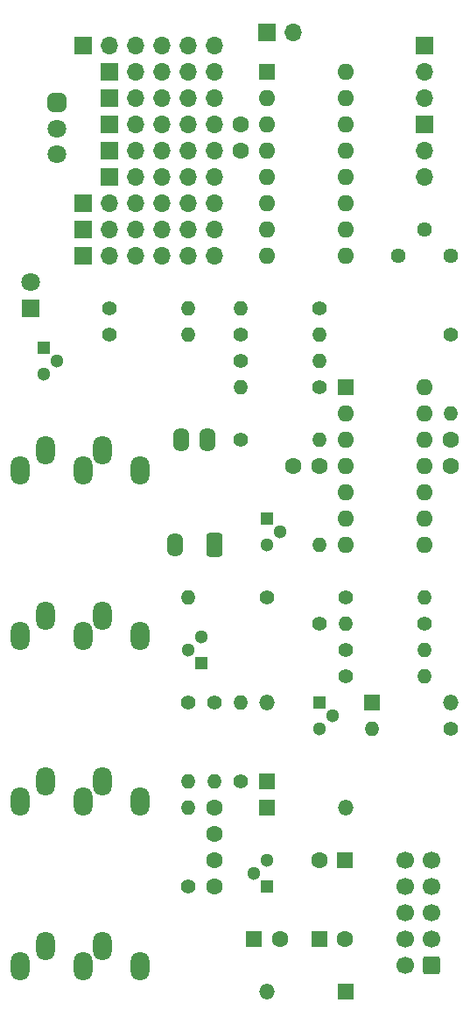
<source format=gbs>
G04 #@! TF.GenerationSoftware,KiCad,Pcbnew,(6.0.9)*
G04 #@! TF.CreationDate,2022-12-25T16:52:33+09:00*
G04 #@! TF.ProjectId,musicboxmod,6d757369-6362-46f7-986d-6f642e6b6963,rev?*
G04 #@! TF.SameCoordinates,PX791ddc0PY791ddc0*
G04 #@! TF.FileFunction,Soldermask,Bot*
G04 #@! TF.FilePolarity,Negative*
%FSLAX46Y46*%
G04 Gerber Fmt 4.6, Leading zero omitted, Abs format (unit mm)*
G04 Created by KiCad (PCBNEW (6.0.9)) date 2022-12-25 16:52:33*
%MOMM*%
%LPD*%
G01*
G04 APERTURE LIST*
G04 Aperture macros list*
%AMRoundRect*
0 Rectangle with rounded corners*
0 $1 Rounding radius*
0 $2 $3 $4 $5 $6 $7 $8 $9 X,Y pos of 4 corners*
0 Add a 4 corners polygon primitive as box body*
4,1,4,$2,$3,$4,$5,$6,$7,$8,$9,$2,$3,0*
0 Add four circle primitives for the rounded corners*
1,1,$1+$1,$2,$3*
1,1,$1+$1,$4,$5*
1,1,$1+$1,$6,$7*
1,1,$1+$1,$8,$9*
0 Add four rect primitives between the rounded corners*
20,1,$1+$1,$2,$3,$4,$5,0*
20,1,$1+$1,$4,$5,$6,$7,0*
20,1,$1+$1,$6,$7,$8,$9,0*
20,1,$1+$1,$8,$9,$2,$3,0*%
G04 Aperture macros list end*
%ADD10C,1.800000*%
%ADD11RoundRect,0.450000X0.450000X0.450000X-0.450000X0.450000X-0.450000X-0.450000X0.450000X-0.450000X0*%
%ADD12R,1.700000X1.700000*%
%ADD13O,1.700000X1.700000*%
%ADD14C,1.600000*%
%ADD15R,1.600000X1.600000*%
%ADD16R,1.500000X1.500000*%
%ADD17O,1.500000X1.500000*%
%ADD18R,1.800000X1.800000*%
%ADD19RoundRect,0.250000X0.600000X0.600000X-0.600000X0.600000X-0.600000X-0.600000X0.600000X-0.600000X0*%
%ADD20C,1.700000*%
%ADD21R,1.300000X1.300000*%
%ADD22C,1.300000*%
%ADD23C,1.400000*%
%ADD24O,1.400000X1.400000*%
%ADD25O,1.600000X1.600000*%
%ADD26RoundRect,0.249630X0.535370X-0.895370X0.535370X0.895370X-0.535370X0.895370X-0.535370X-0.895370X0*%
%ADD27O,1.570000X2.290000*%
%ADD28C,1.440000*%
%ADD29O,1.800000X2.800000*%
G04 APERTURE END LIST*
D10*
G04 #@! TO.C,RV2*
X5080000Y83500000D03*
X5080000Y86000000D03*
D11*
X5080000Y88500000D03*
G04 #@! TD*
D12*
G04 #@! TO.C,J11*
X10160000Y81280000D03*
D13*
X12700000Y81280000D03*
X15240000Y81280000D03*
X17780000Y81280000D03*
X20320000Y81280000D03*
G04 #@! TD*
D12*
G04 #@! TO.C,J12*
X10160000Y83820000D03*
D13*
X12700000Y83820000D03*
X15240000Y83820000D03*
X17780000Y83820000D03*
X20320000Y83820000D03*
G04 #@! TD*
D12*
G04 #@! TO.C,J13*
X10160000Y86360000D03*
D13*
X12700000Y86360000D03*
X15240000Y86360000D03*
X17780000Y86360000D03*
X20320000Y86360000D03*
G04 #@! TD*
D12*
G04 #@! TO.C,J9*
X10160000Y88900000D03*
D13*
X12700000Y88900000D03*
X15240000Y88900000D03*
X17780000Y88900000D03*
X20320000Y88900000D03*
G04 #@! TD*
D12*
G04 #@! TO.C,J10*
X10160000Y91440000D03*
D13*
X12700000Y91440000D03*
X15240000Y91440000D03*
X17780000Y91440000D03*
X20320000Y91440000D03*
G04 #@! TD*
D14*
G04 #@! TO.C,C1*
X30480000Y53340000D03*
X27980000Y53340000D03*
G04 #@! TD*
D15*
G04 #@! TO.C,C3*
X30480000Y7620000D03*
D14*
X32980000Y7620000D03*
G04 #@! TD*
G04 #@! TO.C,C4*
X43180000Y53380000D03*
X43180000Y55880000D03*
G04 #@! TD*
G04 #@! TO.C,C5*
X20320000Y17820000D03*
X20320000Y20320000D03*
G04 #@! TD*
D15*
G04 #@! TO.C,C7*
X24170000Y7620000D03*
D14*
X26670000Y7620000D03*
G04 #@! TD*
G04 #@! TO.C,C8*
X22860000Y86360000D03*
X22860000Y83860000D03*
G04 #@! TD*
D16*
G04 #@! TO.C,D1*
X25400000Y20320000D03*
D17*
X33020000Y20320000D03*
G04 #@! TD*
D16*
G04 #@! TO.C,D2*
X33020000Y2540000D03*
D17*
X25400000Y2540000D03*
G04 #@! TD*
D16*
G04 #@! TO.C,D3*
X25400000Y22860000D03*
D17*
X25400000Y30480000D03*
G04 #@! TD*
D18*
G04 #@! TO.C,D6*
X2540000Y68580000D03*
D10*
X2540000Y71120000D03*
G04 #@! TD*
D19*
G04 #@! TO.C,J1*
X41392500Y5080000D03*
D20*
X38852500Y5080000D03*
X41392500Y7620000D03*
X38852500Y7620000D03*
X41392500Y10160000D03*
X38852500Y10160000D03*
X41392500Y12700000D03*
X38852500Y12700000D03*
X41392500Y15240000D03*
X38852500Y15240000D03*
G04 #@! TD*
D21*
G04 #@! TO.C,Q2*
X19050000Y34290000D03*
D22*
X17780000Y35560000D03*
X19050000Y36830000D03*
G04 #@! TD*
D23*
G04 #@! TO.C,R1*
X17780000Y12700000D03*
D24*
X17780000Y20320000D03*
G04 #@! TD*
D23*
G04 #@! TO.C,R2*
X10160000Y66040000D03*
D24*
X17780000Y66040000D03*
G04 #@! TD*
D23*
G04 #@! TO.C,R3*
X30480000Y68580000D03*
D24*
X22860000Y68580000D03*
G04 #@! TD*
D23*
G04 #@! TO.C,R4*
X22860000Y55880000D03*
D24*
X30480000Y55880000D03*
G04 #@! TD*
D23*
G04 #@! TO.C,R5*
X25400000Y40640000D03*
D24*
X17780000Y40640000D03*
G04 #@! TD*
D23*
G04 #@! TO.C,R10*
X40640000Y38100000D03*
D24*
X33020000Y38100000D03*
G04 #@! TD*
D23*
G04 #@! TO.C,R11*
X43180000Y66040000D03*
D24*
X43180000Y58420000D03*
G04 #@! TD*
D23*
G04 #@! TO.C,R13*
X30480000Y60960000D03*
D24*
X22860000Y60960000D03*
G04 #@! TD*
D23*
G04 #@! TO.C,R14*
X20320000Y30480000D03*
D24*
X20320000Y22860000D03*
G04 #@! TD*
D23*
G04 #@! TO.C,R20*
X10160000Y68580000D03*
D24*
X17780000Y68580000D03*
G04 #@! TD*
D12*
G04 #@! TO.C,SW1*
X25400000Y95250000D03*
D13*
X27940000Y95250000D03*
G04 #@! TD*
D15*
G04 #@! TO.C,U3*
X25420000Y91460000D03*
D25*
X25420000Y88920000D03*
X25420000Y86380000D03*
X25420000Y83840000D03*
X25420000Y81300000D03*
X25420000Y78760000D03*
X25420000Y76220000D03*
X25420000Y73680000D03*
X33040000Y73680000D03*
X33040000Y76220000D03*
X33040000Y78760000D03*
X33040000Y81300000D03*
X33040000Y83840000D03*
X33040000Y86380000D03*
X33040000Y88920000D03*
X33040000Y91460000D03*
G04 #@! TD*
D26*
G04 #@! TO.C,U4*
X20320000Y45720000D03*
D27*
X16510000Y45720000D03*
X17150000Y55880000D03*
X19680000Y55880000D03*
G04 #@! TD*
D15*
G04 #@! TO.C,C2*
X32980000Y15240000D03*
D14*
X30480000Y15240000D03*
G04 #@! TD*
G04 #@! TO.C,C6*
X20320000Y15240000D03*
X20320000Y12740000D03*
G04 #@! TD*
D21*
G04 #@! TO.C,U2*
X25400000Y12700000D03*
D22*
X24130000Y13970000D03*
X25400000Y15240000D03*
G04 #@! TD*
D28*
G04 #@! TO.C,RV1*
X43180000Y73660000D03*
X40640000Y76200000D03*
X38100000Y73660000D03*
G04 #@! TD*
D21*
G04 #@! TO.C,Q1*
X3810000Y64770000D03*
D22*
X5080000Y63500000D03*
X3810000Y62230000D03*
G04 #@! TD*
D23*
G04 #@! TO.C,R17*
X17780000Y30480000D03*
D24*
X17780000Y22860000D03*
G04 #@! TD*
D23*
G04 #@! TO.C,R12*
X22860000Y66040000D03*
D24*
X30480000Y66040000D03*
G04 #@! TD*
D23*
G04 #@! TO.C,R7*
X22860000Y63500000D03*
D24*
X30480000Y63500000D03*
G04 #@! TD*
D12*
G04 #@! TO.C,J2*
X40640000Y93980000D03*
D13*
X40640000Y91440000D03*
X40640000Y88900000D03*
G04 #@! TD*
D12*
G04 #@! TO.C,J7*
X40640000Y86360000D03*
D13*
X40640000Y83820000D03*
X40640000Y81280000D03*
G04 #@! TD*
D23*
G04 #@! TO.C,R8*
X33020000Y35560000D03*
D24*
X40640000Y35560000D03*
G04 #@! TD*
D23*
G04 #@! TO.C,R16*
X30480000Y38100000D03*
D24*
X30480000Y45720000D03*
G04 #@! TD*
D23*
G04 #@! TO.C,R18*
X22860000Y22860000D03*
D24*
X22860000Y30480000D03*
G04 #@! TD*
D23*
G04 #@! TO.C,R15*
X33020000Y40640000D03*
D24*
X40640000Y40640000D03*
G04 #@! TD*
D21*
G04 #@! TO.C,Q3*
X30480000Y30480000D03*
D22*
X31750000Y29210000D03*
X30480000Y27940000D03*
G04 #@! TD*
D16*
G04 #@! TO.C,D4*
X35560000Y30480000D03*
D17*
X43180000Y30480000D03*
G04 #@! TD*
D23*
G04 #@! TO.C,R6*
X43180000Y27940000D03*
D24*
X35560000Y27940000D03*
G04 #@! TD*
D21*
G04 #@! TO.C,Q4*
X25400000Y48260000D03*
D22*
X26670000Y46990000D03*
X25400000Y45720000D03*
G04 #@! TD*
D23*
G04 #@! TO.C,R9*
X33020000Y33020000D03*
D24*
X40640000Y33020000D03*
G04 #@! TD*
D15*
G04 #@! TO.C,U1*
X33020000Y60960000D03*
D25*
X33020000Y58420000D03*
X33020000Y55880000D03*
X33020000Y53340000D03*
X33020000Y50800000D03*
X33020000Y48260000D03*
X33020000Y45720000D03*
X40640000Y45720000D03*
X40640000Y48260000D03*
X40640000Y50800000D03*
X40640000Y53340000D03*
X40640000Y55880000D03*
X40640000Y58420000D03*
X40640000Y60960000D03*
G04 #@! TD*
D12*
G04 #@! TO.C,J15*
X7620000Y78740000D03*
D13*
X10160000Y78740000D03*
X12700000Y78740000D03*
X15240000Y78740000D03*
X17780000Y78740000D03*
X20320000Y78740000D03*
G04 #@! TD*
D12*
G04 #@! TO.C,J16*
X7620000Y93980000D03*
D13*
X10160000Y93980000D03*
X12700000Y93980000D03*
X15240000Y93980000D03*
X17780000Y93980000D03*
X20320000Y93980000D03*
G04 #@! TD*
D12*
G04 #@! TO.C,J8*
X7620000Y73660000D03*
D13*
X10160000Y73660000D03*
X12700000Y73660000D03*
X15240000Y73660000D03*
X17780000Y73660000D03*
X20320000Y73660000D03*
G04 #@! TD*
D29*
G04 #@! TO.C,J4*
X9500000Y38900000D03*
X7700000Y36900000D03*
X1600000Y36900000D03*
X4000000Y38900000D03*
X13200000Y36900000D03*
G04 #@! TD*
D12*
G04 #@! TO.C,J14*
X7620000Y76200000D03*
D13*
X10160000Y76200000D03*
X12700000Y76200000D03*
X15240000Y76200000D03*
X17780000Y76200000D03*
X20320000Y76200000D03*
G04 #@! TD*
D29*
G04 #@! TO.C,J5*
X9500000Y22900000D03*
X7700000Y20900000D03*
X1600000Y20900000D03*
X4000000Y22900000D03*
X13200000Y20900000D03*
G04 #@! TD*
G04 #@! TO.C,J6*
X9500000Y7000000D03*
X7700000Y5000000D03*
X1600000Y5000000D03*
X4000000Y7000000D03*
X13200000Y5000000D03*
G04 #@! TD*
G04 #@! TO.C,J3*
X9500000Y54900000D03*
X7700000Y52900000D03*
X1600000Y52900000D03*
X4000000Y54900000D03*
X13200000Y52900000D03*
G04 #@! TD*
M02*

</source>
